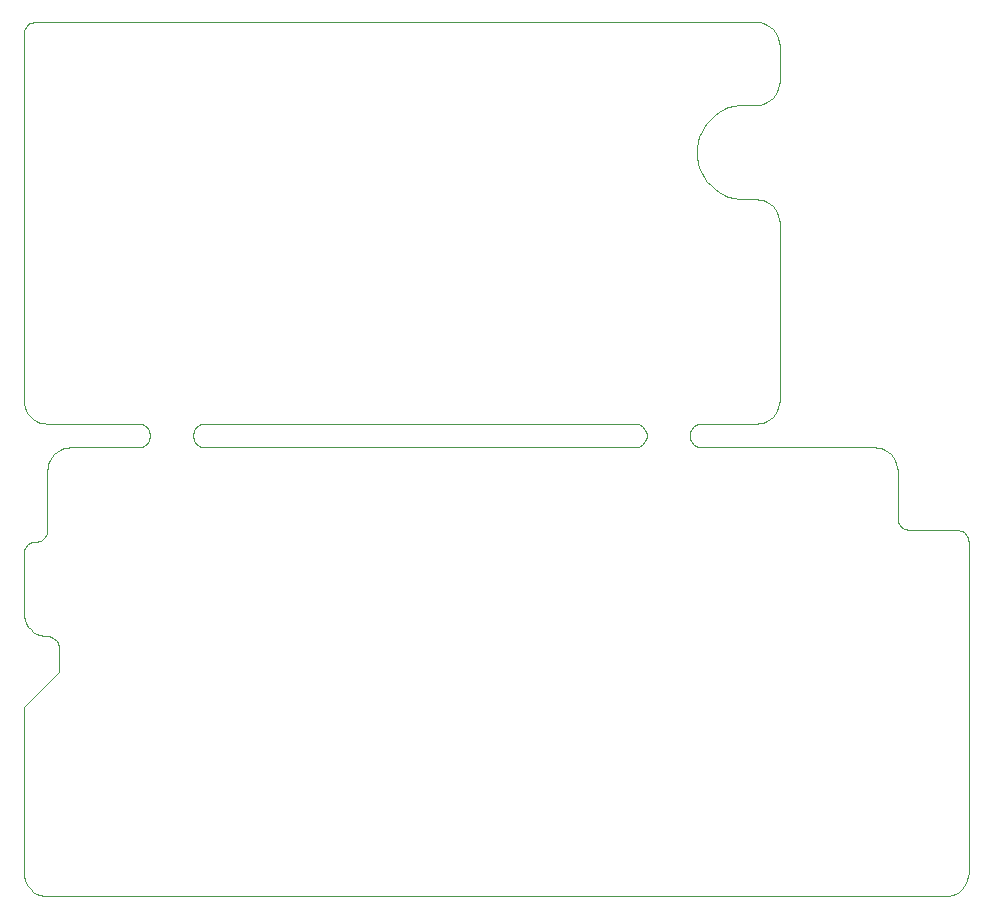
<source format=gko>
%MOIN*%
%OFA0B0*%
%FSLAX44Y44*%
%IPPOS*%
%LPD*%
%ADD10C,0*%
D10*
X00006038Y00014960D02*
X00006038Y00014960D01*
X00005976Y00014965D01*
X00005916Y00014979D01*
X00005859Y00015003D01*
X00005806Y00015035D01*
X00005760Y00015075D01*
X00005719Y00015122D01*
X00005687Y00015175D01*
X00005663Y00015232D01*
X00005649Y00015292D01*
X00005644Y00015354D01*
X00005649Y00015415D01*
X00005663Y00015475D01*
X00005687Y00015532D01*
X00005719Y00015585D01*
X00005759Y00015632D01*
X00005806Y00015672D01*
X00005859Y00015705D01*
X00005916Y00015728D01*
X00005976Y00015743D01*
X00006038Y00015748D01*
X00006046Y00015748D01*
X00006046Y00015748D01*
X00006046Y00015748D01*
X00006046Y00015748D01*
X00006046Y00015748D01*
X00006046Y00015748D01*
X00006046Y00015748D01*
X00006046Y00015748D01*
X00006046Y00015748D01*
X00006046Y00015748D01*
X00006046Y00015748D01*
X00006046Y00015748D01*
X00006046Y00015748D01*
X00006046Y00015748D01*
X00006046Y00015748D01*
X00006046Y00015748D01*
X00006046Y00015748D01*
X00006046Y00015748D01*
X00006046Y00015748D01*
X00006046Y00015748D01*
X00006046Y00015748D01*
X00020366Y00015748D01*
X00020366Y00015748D01*
X00020366Y00015748D01*
X00020366Y00015748D01*
X00020366Y00015748D01*
X00020366Y00015748D01*
X00020366Y00015748D01*
X00020366Y00015748D01*
X00020366Y00015748D01*
X00020366Y00015748D01*
X00020366Y00015748D01*
X00020366Y00015748D01*
X00020366Y00015748D01*
X00020366Y00015748D01*
X00020366Y00015748D01*
X00020366Y00015748D01*
X00020366Y00015748D01*
X00020366Y00015748D01*
X00020366Y00015748D01*
X00020366Y00015748D01*
X00020366Y00015748D01*
X00020375Y00015748D01*
X00020436Y00015743D01*
X00020497Y00015728D01*
X00020554Y00015705D01*
X00020606Y00015672D01*
X00020653Y00015632D01*
X00020693Y00015585D01*
X00020726Y00015532D01*
X00020749Y00015475D01*
X00020764Y00015415D01*
X00020768Y00015354D01*
X00020764Y00015292D01*
X00020749Y00015232D01*
X00020726Y00015175D01*
X00020693Y00015122D01*
X00020653Y00015075D01*
X00020606Y00015035D01*
X00020553Y00015003D01*
X00020496Y00014979D01*
X00020436Y00014965D01*
X00020375Y00014960D01*
X00006038Y00014960D01*
X00003811Y00015748D02*
X00003811Y00015748D01*
X00003811Y00015748D01*
X00003811Y00015748D01*
X00003811Y00015748D01*
X00003811Y00015748D01*
X00003811Y00015748D01*
X00003811Y00015748D01*
X00003811Y00015748D01*
X00003811Y00015748D01*
X00003811Y00015748D01*
X00003811Y00015748D01*
X00003811Y00015748D01*
X00003811Y00015748D01*
X00003811Y00015748D01*
X00003811Y00015748D01*
X00003811Y00015748D01*
X00003811Y00015748D01*
X00003811Y00015748D01*
X00003811Y00015748D01*
X00003811Y00015748D01*
X00003811Y00015748D01*
X00003819Y00015748D01*
X00003881Y00015743D01*
X00003941Y00015728D01*
X00003998Y00015705D01*
X00004051Y00015672D01*
X00004098Y00015632D01*
X00004138Y00015585D01*
X00004170Y00015532D01*
X00004194Y00015475D01*
X00004208Y00015415D01*
X00004213Y00015354D01*
X00004208Y00015292D01*
X00004194Y00015232D01*
X00004170Y00015175D01*
X00004138Y00015122D01*
X00004098Y00015075D01*
X00004051Y00015035D01*
X00003998Y00015003D01*
X00003941Y00014979D01*
X00003881Y00014965D01*
X00003819Y00014960D01*
X00001574Y00014960D01*
X00001451Y00014950D01*
X00001331Y00014922D01*
X00001217Y00014874D01*
X00001111Y00014810D01*
X00001018Y00014730D01*
X00000937Y00014636D01*
X00000873Y00014530D01*
X00000825Y00014416D01*
X00000797Y00014296D01*
X00000787Y00014173D01*
X00000787Y00012204D01*
X00000782Y00012143D01*
X00000768Y00012083D01*
X00000744Y00012025D01*
X00000712Y00011973D01*
X00000672Y00011926D01*
X00000625Y00011886D01*
X00000572Y00011853D01*
X00000515Y00011830D01*
X00000455Y00011815D01*
X00000393Y00011811D01*
X00000332Y00011806D01*
X00000272Y00011791D01*
X00000214Y00011768D01*
X00000162Y00011735D01*
X00000115Y00011695D01*
X00000075Y00011648D01*
X00000042Y00011596D01*
X00000019Y00011538D01*
X00000004Y00011478D01*
X00000000Y00011417D01*
X00000000Y00009448D01*
X00000009Y00009325D01*
X00000038Y00009205D01*
X00000085Y00009091D01*
X00000150Y00008985D01*
X00000230Y00008892D01*
X00000324Y00008811D01*
X00000429Y00008747D01*
X00000544Y00008699D01*
X00000664Y00008671D01*
X00000787Y00008661D01*
X00000848Y00008656D01*
X00000909Y00008642D01*
X00000966Y00008618D01*
X00001018Y00008586D01*
X00001065Y00008546D01*
X00001105Y00008499D01*
X00001138Y00008446D01*
X00001161Y00008389D01*
X00001176Y00008329D01*
X00001181Y00008267D01*
X00001181Y00007480D01*
X00000000Y00006299D01*
X00000000Y00000787D01*
X00000009Y00000664D01*
X00000038Y00000544D01*
X00000085Y00000429D01*
X00000150Y00000324D01*
X00000230Y00000230D01*
X00000324Y00000150D01*
X00000429Y00000085D01*
X00000544Y00000038D01*
X00000664Y00000009D01*
X00000787Y00000000D01*
X00030708Y00000000D01*
X00030831Y00000009D01*
X00030951Y00000038D01*
X00031066Y00000085D01*
X00031171Y00000150D01*
X00031265Y00000230D01*
X00031345Y00000324D01*
X00031410Y00000429D01*
X00031457Y00000544D01*
X00031486Y00000664D01*
X00031496Y00000787D01*
X00031496Y00011811D01*
X00031491Y00011872D01*
X00031476Y00011932D01*
X00031453Y00011989D01*
X00031420Y00012042D01*
X00031380Y00012089D01*
X00031333Y00012129D01*
X00031281Y00012161D01*
X00031224Y00012185D01*
X00031163Y00012199D01*
X00031102Y00012204D01*
X00029527Y00012204D01*
X00029465Y00012209D01*
X00029405Y00012223D01*
X00029348Y00012247D01*
X00029296Y00012279D01*
X00029249Y00012320D01*
X00029209Y00012367D01*
X00029176Y00012419D01*
X00029153Y00012476D01*
X00029138Y00012536D01*
X00029133Y00012598D01*
X00029133Y00014173D01*
X00029124Y00014296D01*
X00029095Y00014416D01*
X00029048Y00014530D01*
X00028983Y00014636D01*
X00028903Y00014730D01*
X00028809Y00014810D01*
X00028703Y00014874D01*
X00028589Y00014922D01*
X00028469Y00014950D01*
X00028346Y00014960D01*
X00022593Y00014960D01*
X00022532Y00014965D01*
X00022472Y00014979D01*
X00022415Y00015003D01*
X00022362Y00015035D01*
X00022315Y00015075D01*
X00022275Y00015122D01*
X00022243Y00015175D01*
X00022219Y00015232D01*
X00022204Y00015292D01*
X00022200Y00015354D01*
X00022204Y00015415D01*
X00022219Y00015475D01*
X00022242Y00015532D01*
X00022275Y00015585D01*
X00022315Y00015632D01*
X00022362Y00015672D01*
X00022414Y00015705D01*
X00022472Y00015728D01*
X00022532Y00015743D01*
X00022593Y00015748D01*
X00022602Y00015748D01*
X00022602Y00015748D01*
X00022602Y00015748D01*
X00022602Y00015748D01*
X00022602Y00015748D01*
X00022602Y00015748D01*
X00022602Y00015748D01*
X00022602Y00015748D01*
X00022602Y00015748D01*
X00022602Y00015748D01*
X00022602Y00015748D01*
X00022602Y00015748D01*
X00022602Y00015748D01*
X00022602Y00015748D01*
X00022602Y00015748D01*
X00022602Y00015748D01*
X00022602Y00015748D01*
X00022602Y00015748D01*
X00022602Y00015748D01*
X00022602Y00015748D01*
X00022602Y00015748D01*
X00024409Y00015748D01*
X00024532Y00015757D01*
X00024652Y00015786D01*
X00024766Y00015833D01*
X00024872Y00015898D01*
X00024966Y00015978D01*
X00025046Y00016072D01*
X00025111Y00016177D01*
X00025158Y00016292D01*
X00025187Y00016412D01*
X00025196Y00016535D01*
X00025196Y00022440D01*
X00025187Y00022564D01*
X00025158Y00022684D01*
X00025111Y00022798D01*
X00025046Y00022903D01*
X00024966Y00022997D01*
X00024872Y00023077D01*
X00024766Y00023142D01*
X00024652Y00023189D01*
X00024532Y00023218D01*
X00024409Y00023228D01*
X00024015Y00023228D01*
X00023839Y00023238D01*
X00023665Y00023267D01*
X00023495Y00023316D01*
X00023332Y00023384D01*
X00023177Y00023469D01*
X00023033Y00023571D01*
X00022902Y00023689D01*
X00022784Y00023821D01*
X00022682Y00023965D01*
X00022596Y00024119D01*
X00022529Y00024283D01*
X00022480Y00024452D01*
X00022450Y00024626D01*
X00022440Y00024803D01*
X00022450Y00024979D01*
X00022480Y00025153D01*
X00022529Y00025323D01*
X00022596Y00025486D01*
X00022682Y00025640D01*
X00022784Y00025785D01*
X00022902Y00025916D01*
X00023033Y00026034D01*
X00023177Y00026136D01*
X00023332Y00026222D01*
X00023495Y00026289D01*
X00023665Y00026338D01*
X00023839Y00026368D01*
X00024015Y00026377D01*
X00024409Y00026377D01*
X00024532Y00026387D01*
X00024652Y00026416D01*
X00024766Y00026463D01*
X00024872Y00026528D01*
X00024966Y00026608D01*
X00025046Y00026702D01*
X00025111Y00026807D01*
X00025158Y00026922D01*
X00025187Y00027042D01*
X00025196Y00027165D01*
X00025196Y00028346D01*
X00025187Y00028469D01*
X00025158Y00028589D01*
X00025111Y00028703D01*
X00025046Y00028809D01*
X00024966Y00028903D01*
X00024872Y00028983D01*
X00024766Y00029048D01*
X00024652Y00029095D01*
X00024532Y00029124D01*
X00024409Y00029133D01*
X00000393Y00029133D01*
X00000332Y00029129D01*
X00000272Y00029114D01*
X00000214Y00029090D01*
X00000162Y00029058D01*
X00000115Y00029018D01*
X00000075Y00028971D01*
X00000042Y00028918D01*
X00000019Y00028861D01*
X00000004Y00028801D01*
X00000000Y00028740D01*
X00000000Y00016535D01*
X00000009Y00016412D01*
X00000038Y00016292D01*
X00000085Y00016177D01*
X00000150Y00016072D01*
X00000230Y00015978D01*
X00000324Y00015898D01*
X00000429Y00015833D01*
X00000544Y00015786D01*
X00000664Y00015757D01*
X00000787Y00015748D01*
X00003811Y00015748D01*
M02*
</source>
